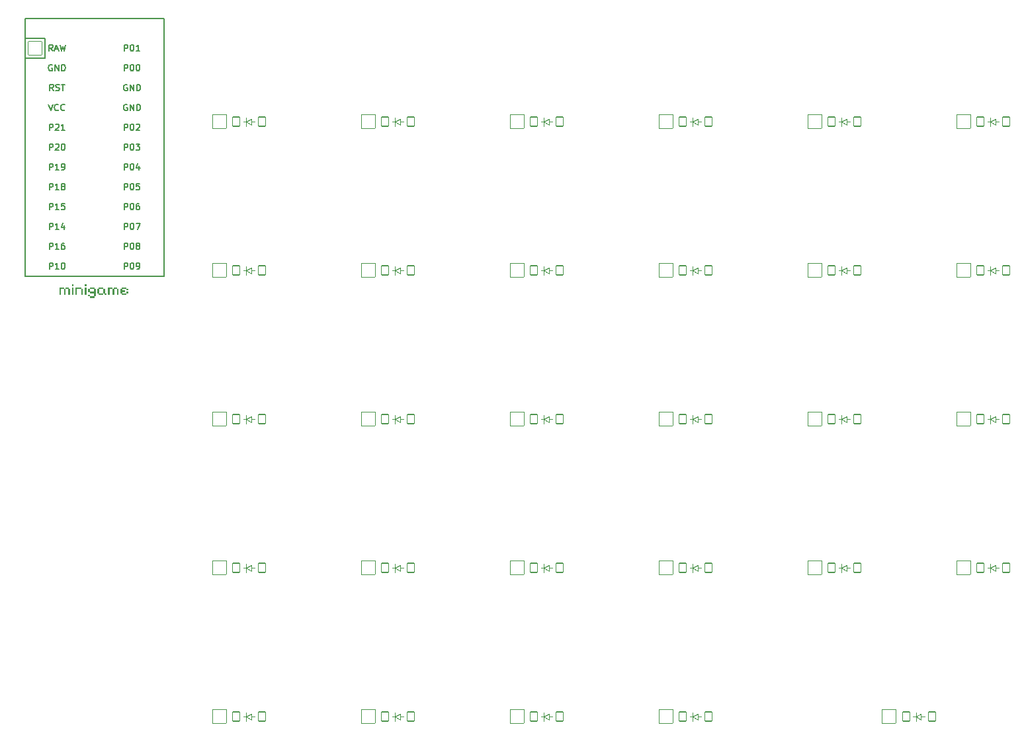
<source format=gto>
%TF.GenerationSoftware,KiCad,Pcbnew,9.0.4*%
%TF.CreationDate,2025-09-30T19:49:13-05:00*%
%TF.ProjectId,keyboard,6b657962-6f61-4726-942e-6b696361645f,v1.0.0*%
%TF.SameCoordinates,Original*%
%TF.FileFunction,Legend,Top*%
%TF.FilePolarity,Positive*%
%FSLAX46Y46*%
G04 Gerber Fmt 4.6, Leading zero omitted, Abs format (unit mm)*
G04 Created by KiCad (PCBNEW 9.0.4) date 2025-09-30 19:49:13*
%MOMM*%
%LPD*%
G01*
G04 APERTURE LIST*
G04 Aperture macros list*
%AMRoundRect*
0 Rectangle with rounded corners*
0 $1 Rounding radius*
0 $2 $3 $4 $5 $6 $7 $8 $9 X,Y pos of 4 corners*
0 Add a 4 corners polygon primitive as box body*
4,1,4,$2,$3,$4,$5,$6,$7,$8,$9,$2,$3,0*
0 Add four circle primitives for the rounded corners*
1,1,$1+$1,$2,$3*
1,1,$1+$1,$4,$5*
1,1,$1+$1,$6,$7*
1,1,$1+$1,$8,$9*
0 Add four rect primitives between the rounded corners*
20,1,$1+$1,$2,$3,$4,$5,0*
20,1,$1+$1,$4,$5,$6,$7,0*
20,1,$1+$1,$6,$7,$8,$9,0*
20,1,$1+$1,$8,$9,$2,$3,0*%
G04 Aperture macros list end*
%ADD10C,0.187500*%
%ADD11C,0.150000*%
%ADD12C,0.100000*%
%ADD13R,1.752600X1.752600*%
%ADD14C,1.752600*%
%ADD15RoundRect,0.050000X-0.889000X-0.889000X0.889000X-0.889000X0.889000X0.889000X-0.889000X0.889000X0*%
%ADD16RoundRect,0.050000X-0.450000X-0.600000X0.450000X-0.600000X0.450000X0.600000X-0.450000X0.600000X0*%
%ADD17C,2.005000*%
%ADD18C,1.801800*%
%ADD19C,4.087800*%
%ADD20C,2.386000*%
%ADD21RoundRect,0.050000X-0.876300X0.876300X-0.876300X-0.876300X0.876300X-0.876300X0.876300X0.876300X0*%
%ADD22C,1.852600*%
G04 APERTURE END LIST*
D10*
G36*
X125723098Y-100968447D02*
G01*
X125723098Y-100001245D01*
X126317432Y-100001245D01*
X126317432Y-100188824D01*
X126485136Y-100188824D01*
X126485136Y-100001245D01*
X126889602Y-100001245D01*
X126889602Y-100188824D01*
X127077180Y-100188824D01*
X127077180Y-100968447D01*
X126865055Y-100968447D01*
X126865055Y-100210989D01*
X126508583Y-100210989D01*
X126508583Y-100968447D01*
X126296458Y-100968447D01*
X126296458Y-100210989D01*
X125935223Y-100210989D01*
X125935223Y-100968447D01*
X125723098Y-100968447D01*
G37*
G36*
X127333635Y-100968447D02*
G01*
X127333635Y-100001245D01*
X127545760Y-100001245D01*
X127545760Y-100968447D01*
X127333635Y-100968447D01*
G37*
G36*
X127333635Y-99829970D02*
G01*
X127333635Y-99620226D01*
X127545760Y-99620226D01*
X127545760Y-99829970D01*
X127333635Y-99829970D01*
G37*
G36*
X127757152Y-100968447D02*
G01*
X127757152Y-100001245D01*
X128539981Y-100001245D01*
X128539981Y-100188824D01*
X128731315Y-100188824D01*
X128731315Y-100968447D01*
X128519190Y-100968447D01*
X128519190Y-100210989D01*
X127969277Y-100210989D01*
X127969277Y-100968447D01*
X127757152Y-100968447D01*
G37*
G36*
X128986671Y-100968447D02*
G01*
X128986671Y-100001245D01*
X129198796Y-100001245D01*
X129198796Y-100968447D01*
X128986671Y-100968447D01*
G37*
G36*
X128986671Y-99829970D02*
G01*
X128986671Y-99620226D01*
X129198796Y-99620226D01*
X129198796Y-99829970D01*
X128986671Y-99829970D01*
G37*
G36*
X130195673Y-100194685D02*
G01*
X130384351Y-100194685D01*
X130384351Y-101160605D01*
X130195673Y-101160605D01*
X130195673Y-101349466D01*
X129603628Y-101349466D01*
X129603628Y-101160605D01*
X129410188Y-101160605D01*
X129410188Y-100950861D01*
X129622313Y-100950861D01*
X129622313Y-101139722D01*
X130172226Y-101139722D01*
X130172226Y-100780868D01*
X129603628Y-100780868D01*
X129603628Y-100593290D01*
X129410188Y-100593290D01*
X129410188Y-100571125D01*
X129622313Y-100571125D01*
X130172226Y-100571125D01*
X130172226Y-100210989D01*
X129622313Y-100210989D01*
X129622313Y-100571125D01*
X129410188Y-100571125D01*
X129410188Y-100194685D01*
X129603628Y-100194685D01*
X129603628Y-100001245D01*
X130195673Y-100001245D01*
X130195673Y-100194685D01*
G37*
G36*
X131362177Y-100188824D02*
G01*
X131550854Y-100188824D01*
X131550854Y-100758703D01*
X131744295Y-100758703D01*
X131744295Y-100968447D01*
X131532170Y-100968447D01*
X131532170Y-100780868D01*
X131362177Y-100780868D01*
X131362177Y-100968447D01*
X130770132Y-100968447D01*
X130770132Y-100780868D01*
X130576692Y-100780868D01*
X130576692Y-100758703D01*
X130788817Y-100758703D01*
X131338729Y-100758703D01*
X131338729Y-100210989D01*
X130788817Y-100210989D01*
X130788817Y-100758703D01*
X130576692Y-100758703D01*
X130576692Y-100188824D01*
X130770132Y-100188824D01*
X130770132Y-100001245D01*
X131362177Y-100001245D01*
X131362177Y-100188824D01*
G37*
G36*
X131935170Y-100968447D02*
G01*
X131935170Y-100001245D01*
X132529505Y-100001245D01*
X132529505Y-100188824D01*
X132697208Y-100188824D01*
X132697208Y-100001245D01*
X133101674Y-100001245D01*
X133101674Y-100188824D01*
X133289253Y-100188824D01*
X133289253Y-100968447D01*
X133077128Y-100968447D01*
X133077128Y-100210989D01*
X132720655Y-100210989D01*
X132720655Y-100968447D01*
X132508531Y-100968447D01*
X132508531Y-100210989D01*
X132147295Y-100210989D01*
X132147295Y-100968447D01*
X131935170Y-100968447D01*
G37*
G36*
X133717166Y-100968447D02*
G01*
X133717166Y-100780868D01*
X133523726Y-100780868D01*
X133523726Y-100188824D01*
X133717166Y-100188824D01*
X133717166Y-100001245D01*
X134309211Y-100001245D01*
X134309211Y-100188824D01*
X134497889Y-100188824D01*
X134497889Y-100398567D01*
X134285764Y-100398567D01*
X134285764Y-100210989D01*
X133735851Y-100210989D01*
X133735851Y-100377684D01*
X134117786Y-100377684D01*
X134117786Y-100587428D01*
X133735851Y-100587428D01*
X133735851Y-100758703D01*
X134285764Y-100758703D01*
X134285764Y-100565263D01*
X134497889Y-100565263D01*
X134497889Y-100775006D01*
X134309211Y-100775006D01*
X134309211Y-100968447D01*
X133717166Y-100968447D01*
G37*
D11*
X124428571Y-95117295D02*
X124428571Y-94317295D01*
X124428571Y-94317295D02*
X124733333Y-94317295D01*
X124733333Y-94317295D02*
X124809523Y-94355390D01*
X124809523Y-94355390D02*
X124847618Y-94393485D01*
X124847618Y-94393485D02*
X124885714Y-94469676D01*
X124885714Y-94469676D02*
X124885714Y-94583961D01*
X124885714Y-94583961D02*
X124847618Y-94660152D01*
X124847618Y-94660152D02*
X124809523Y-94698247D01*
X124809523Y-94698247D02*
X124733333Y-94736342D01*
X124733333Y-94736342D02*
X124428571Y-94736342D01*
X125647618Y-95117295D02*
X125190475Y-95117295D01*
X125419047Y-95117295D02*
X125419047Y-94317295D01*
X125419047Y-94317295D02*
X125342856Y-94431580D01*
X125342856Y-94431580D02*
X125266666Y-94507771D01*
X125266666Y-94507771D02*
X125190475Y-94545866D01*
X126333333Y-94317295D02*
X126180952Y-94317295D01*
X126180952Y-94317295D02*
X126104761Y-94355390D01*
X126104761Y-94355390D02*
X126066666Y-94393485D01*
X126066666Y-94393485D02*
X125990476Y-94507771D01*
X125990476Y-94507771D02*
X125952380Y-94660152D01*
X125952380Y-94660152D02*
X125952380Y-94964914D01*
X125952380Y-94964914D02*
X125990476Y-95041104D01*
X125990476Y-95041104D02*
X126028571Y-95079200D01*
X126028571Y-95079200D02*
X126104761Y-95117295D01*
X126104761Y-95117295D02*
X126257142Y-95117295D01*
X126257142Y-95117295D02*
X126333333Y-95079200D01*
X126333333Y-95079200D02*
X126371428Y-95041104D01*
X126371428Y-95041104D02*
X126409523Y-94964914D01*
X126409523Y-94964914D02*
X126409523Y-94774438D01*
X126409523Y-94774438D02*
X126371428Y-94698247D01*
X126371428Y-94698247D02*
X126333333Y-94660152D01*
X126333333Y-94660152D02*
X126257142Y-94622057D01*
X126257142Y-94622057D02*
X126104761Y-94622057D01*
X126104761Y-94622057D02*
X126028571Y-94660152D01*
X126028571Y-94660152D02*
X125990476Y-94698247D01*
X125990476Y-94698247D02*
X125952380Y-94774438D01*
X124428571Y-92577295D02*
X124428571Y-91777295D01*
X124428571Y-91777295D02*
X124733333Y-91777295D01*
X124733333Y-91777295D02*
X124809523Y-91815390D01*
X124809523Y-91815390D02*
X124847618Y-91853485D01*
X124847618Y-91853485D02*
X124885714Y-91929676D01*
X124885714Y-91929676D02*
X124885714Y-92043961D01*
X124885714Y-92043961D02*
X124847618Y-92120152D01*
X124847618Y-92120152D02*
X124809523Y-92158247D01*
X124809523Y-92158247D02*
X124733333Y-92196342D01*
X124733333Y-92196342D02*
X124428571Y-92196342D01*
X125647618Y-92577295D02*
X125190475Y-92577295D01*
X125419047Y-92577295D02*
X125419047Y-91777295D01*
X125419047Y-91777295D02*
X125342856Y-91891580D01*
X125342856Y-91891580D02*
X125266666Y-91967771D01*
X125266666Y-91967771D02*
X125190475Y-92005866D01*
X126333333Y-92043961D02*
X126333333Y-92577295D01*
X126142857Y-91739200D02*
X125952380Y-92310628D01*
X125952380Y-92310628D02*
X126447619Y-92310628D01*
X124333333Y-76537295D02*
X124600000Y-77337295D01*
X124600000Y-77337295D02*
X124866666Y-76537295D01*
X125590476Y-77261104D02*
X125552380Y-77299200D01*
X125552380Y-77299200D02*
X125438095Y-77337295D01*
X125438095Y-77337295D02*
X125361904Y-77337295D01*
X125361904Y-77337295D02*
X125247618Y-77299200D01*
X125247618Y-77299200D02*
X125171428Y-77223009D01*
X125171428Y-77223009D02*
X125133333Y-77146819D01*
X125133333Y-77146819D02*
X125095237Y-76994438D01*
X125095237Y-76994438D02*
X125095237Y-76880152D01*
X125095237Y-76880152D02*
X125133333Y-76727771D01*
X125133333Y-76727771D02*
X125171428Y-76651580D01*
X125171428Y-76651580D02*
X125247618Y-76575390D01*
X125247618Y-76575390D02*
X125361904Y-76537295D01*
X125361904Y-76537295D02*
X125438095Y-76537295D01*
X125438095Y-76537295D02*
X125552380Y-76575390D01*
X125552380Y-76575390D02*
X125590476Y-76613485D01*
X126390476Y-77261104D02*
X126352380Y-77299200D01*
X126352380Y-77299200D02*
X126238095Y-77337295D01*
X126238095Y-77337295D02*
X126161904Y-77337295D01*
X126161904Y-77337295D02*
X126047618Y-77299200D01*
X126047618Y-77299200D02*
X125971428Y-77223009D01*
X125971428Y-77223009D02*
X125933333Y-77146819D01*
X125933333Y-77146819D02*
X125895237Y-76994438D01*
X125895237Y-76994438D02*
X125895237Y-76880152D01*
X125895237Y-76880152D02*
X125933333Y-76727771D01*
X125933333Y-76727771D02*
X125971428Y-76651580D01*
X125971428Y-76651580D02*
X126047618Y-76575390D01*
X126047618Y-76575390D02*
X126161904Y-76537295D01*
X126161904Y-76537295D02*
X126238095Y-76537295D01*
X126238095Y-76537295D02*
X126352380Y-76575390D01*
X126352380Y-76575390D02*
X126390476Y-76613485D01*
X134028571Y-79877295D02*
X134028571Y-79077295D01*
X134028571Y-79077295D02*
X134333333Y-79077295D01*
X134333333Y-79077295D02*
X134409523Y-79115390D01*
X134409523Y-79115390D02*
X134447618Y-79153485D01*
X134447618Y-79153485D02*
X134485714Y-79229676D01*
X134485714Y-79229676D02*
X134485714Y-79343961D01*
X134485714Y-79343961D02*
X134447618Y-79420152D01*
X134447618Y-79420152D02*
X134409523Y-79458247D01*
X134409523Y-79458247D02*
X134333333Y-79496342D01*
X134333333Y-79496342D02*
X134028571Y-79496342D01*
X134980952Y-79077295D02*
X135057142Y-79077295D01*
X135057142Y-79077295D02*
X135133333Y-79115390D01*
X135133333Y-79115390D02*
X135171428Y-79153485D01*
X135171428Y-79153485D02*
X135209523Y-79229676D01*
X135209523Y-79229676D02*
X135247618Y-79382057D01*
X135247618Y-79382057D02*
X135247618Y-79572533D01*
X135247618Y-79572533D02*
X135209523Y-79724914D01*
X135209523Y-79724914D02*
X135171428Y-79801104D01*
X135171428Y-79801104D02*
X135133333Y-79839200D01*
X135133333Y-79839200D02*
X135057142Y-79877295D01*
X135057142Y-79877295D02*
X134980952Y-79877295D01*
X134980952Y-79877295D02*
X134904761Y-79839200D01*
X134904761Y-79839200D02*
X134866666Y-79801104D01*
X134866666Y-79801104D02*
X134828571Y-79724914D01*
X134828571Y-79724914D02*
X134790475Y-79572533D01*
X134790475Y-79572533D02*
X134790475Y-79382057D01*
X134790475Y-79382057D02*
X134828571Y-79229676D01*
X134828571Y-79229676D02*
X134866666Y-79153485D01*
X134866666Y-79153485D02*
X134904761Y-79115390D01*
X134904761Y-79115390D02*
X134980952Y-79077295D01*
X135552380Y-79153485D02*
X135590476Y-79115390D01*
X135590476Y-79115390D02*
X135666666Y-79077295D01*
X135666666Y-79077295D02*
X135857142Y-79077295D01*
X135857142Y-79077295D02*
X135933333Y-79115390D01*
X135933333Y-79115390D02*
X135971428Y-79153485D01*
X135971428Y-79153485D02*
X136009523Y-79229676D01*
X136009523Y-79229676D02*
X136009523Y-79305866D01*
X136009523Y-79305866D02*
X135971428Y-79420152D01*
X135971428Y-79420152D02*
X135514285Y-79877295D01*
X135514285Y-79877295D02*
X136009523Y-79877295D01*
X134028571Y-84957295D02*
X134028571Y-84157295D01*
X134028571Y-84157295D02*
X134333333Y-84157295D01*
X134333333Y-84157295D02*
X134409523Y-84195390D01*
X134409523Y-84195390D02*
X134447618Y-84233485D01*
X134447618Y-84233485D02*
X134485714Y-84309676D01*
X134485714Y-84309676D02*
X134485714Y-84423961D01*
X134485714Y-84423961D02*
X134447618Y-84500152D01*
X134447618Y-84500152D02*
X134409523Y-84538247D01*
X134409523Y-84538247D02*
X134333333Y-84576342D01*
X134333333Y-84576342D02*
X134028571Y-84576342D01*
X134980952Y-84157295D02*
X135057142Y-84157295D01*
X135057142Y-84157295D02*
X135133333Y-84195390D01*
X135133333Y-84195390D02*
X135171428Y-84233485D01*
X135171428Y-84233485D02*
X135209523Y-84309676D01*
X135209523Y-84309676D02*
X135247618Y-84462057D01*
X135247618Y-84462057D02*
X135247618Y-84652533D01*
X135247618Y-84652533D02*
X135209523Y-84804914D01*
X135209523Y-84804914D02*
X135171428Y-84881104D01*
X135171428Y-84881104D02*
X135133333Y-84919200D01*
X135133333Y-84919200D02*
X135057142Y-84957295D01*
X135057142Y-84957295D02*
X134980952Y-84957295D01*
X134980952Y-84957295D02*
X134904761Y-84919200D01*
X134904761Y-84919200D02*
X134866666Y-84881104D01*
X134866666Y-84881104D02*
X134828571Y-84804914D01*
X134828571Y-84804914D02*
X134790475Y-84652533D01*
X134790475Y-84652533D02*
X134790475Y-84462057D01*
X134790475Y-84462057D02*
X134828571Y-84309676D01*
X134828571Y-84309676D02*
X134866666Y-84233485D01*
X134866666Y-84233485D02*
X134904761Y-84195390D01*
X134904761Y-84195390D02*
X134980952Y-84157295D01*
X135933333Y-84423961D02*
X135933333Y-84957295D01*
X135742857Y-84119200D02*
X135552380Y-84690628D01*
X135552380Y-84690628D02*
X136047619Y-84690628D01*
X124428571Y-97657295D02*
X124428571Y-96857295D01*
X124428571Y-96857295D02*
X124733333Y-96857295D01*
X124733333Y-96857295D02*
X124809523Y-96895390D01*
X124809523Y-96895390D02*
X124847618Y-96933485D01*
X124847618Y-96933485D02*
X124885714Y-97009676D01*
X124885714Y-97009676D02*
X124885714Y-97123961D01*
X124885714Y-97123961D02*
X124847618Y-97200152D01*
X124847618Y-97200152D02*
X124809523Y-97238247D01*
X124809523Y-97238247D02*
X124733333Y-97276342D01*
X124733333Y-97276342D02*
X124428571Y-97276342D01*
X125647618Y-97657295D02*
X125190475Y-97657295D01*
X125419047Y-97657295D02*
X125419047Y-96857295D01*
X125419047Y-96857295D02*
X125342856Y-96971580D01*
X125342856Y-96971580D02*
X125266666Y-97047771D01*
X125266666Y-97047771D02*
X125190475Y-97085866D01*
X126142857Y-96857295D02*
X126219047Y-96857295D01*
X126219047Y-96857295D02*
X126295238Y-96895390D01*
X126295238Y-96895390D02*
X126333333Y-96933485D01*
X126333333Y-96933485D02*
X126371428Y-97009676D01*
X126371428Y-97009676D02*
X126409523Y-97162057D01*
X126409523Y-97162057D02*
X126409523Y-97352533D01*
X126409523Y-97352533D02*
X126371428Y-97504914D01*
X126371428Y-97504914D02*
X126333333Y-97581104D01*
X126333333Y-97581104D02*
X126295238Y-97619200D01*
X126295238Y-97619200D02*
X126219047Y-97657295D01*
X126219047Y-97657295D02*
X126142857Y-97657295D01*
X126142857Y-97657295D02*
X126066666Y-97619200D01*
X126066666Y-97619200D02*
X126028571Y-97581104D01*
X126028571Y-97581104D02*
X125990476Y-97504914D01*
X125990476Y-97504914D02*
X125952380Y-97352533D01*
X125952380Y-97352533D02*
X125952380Y-97162057D01*
X125952380Y-97162057D02*
X125990476Y-97009676D01*
X125990476Y-97009676D02*
X126028571Y-96933485D01*
X126028571Y-96933485D02*
X126066666Y-96895390D01*
X126066666Y-96895390D02*
X126142857Y-96857295D01*
X134028571Y-97657295D02*
X134028571Y-96857295D01*
X134028571Y-96857295D02*
X134333333Y-96857295D01*
X134333333Y-96857295D02*
X134409523Y-96895390D01*
X134409523Y-96895390D02*
X134447618Y-96933485D01*
X134447618Y-96933485D02*
X134485714Y-97009676D01*
X134485714Y-97009676D02*
X134485714Y-97123961D01*
X134485714Y-97123961D02*
X134447618Y-97200152D01*
X134447618Y-97200152D02*
X134409523Y-97238247D01*
X134409523Y-97238247D02*
X134333333Y-97276342D01*
X134333333Y-97276342D02*
X134028571Y-97276342D01*
X134980952Y-96857295D02*
X135057142Y-96857295D01*
X135057142Y-96857295D02*
X135133333Y-96895390D01*
X135133333Y-96895390D02*
X135171428Y-96933485D01*
X135171428Y-96933485D02*
X135209523Y-97009676D01*
X135209523Y-97009676D02*
X135247618Y-97162057D01*
X135247618Y-97162057D02*
X135247618Y-97352533D01*
X135247618Y-97352533D02*
X135209523Y-97504914D01*
X135209523Y-97504914D02*
X135171428Y-97581104D01*
X135171428Y-97581104D02*
X135133333Y-97619200D01*
X135133333Y-97619200D02*
X135057142Y-97657295D01*
X135057142Y-97657295D02*
X134980952Y-97657295D01*
X134980952Y-97657295D02*
X134904761Y-97619200D01*
X134904761Y-97619200D02*
X134866666Y-97581104D01*
X134866666Y-97581104D02*
X134828571Y-97504914D01*
X134828571Y-97504914D02*
X134790475Y-97352533D01*
X134790475Y-97352533D02*
X134790475Y-97162057D01*
X134790475Y-97162057D02*
X134828571Y-97009676D01*
X134828571Y-97009676D02*
X134866666Y-96933485D01*
X134866666Y-96933485D02*
X134904761Y-96895390D01*
X134904761Y-96895390D02*
X134980952Y-96857295D01*
X135628571Y-97657295D02*
X135780952Y-97657295D01*
X135780952Y-97657295D02*
X135857142Y-97619200D01*
X135857142Y-97619200D02*
X135895238Y-97581104D01*
X135895238Y-97581104D02*
X135971428Y-97466819D01*
X135971428Y-97466819D02*
X136009523Y-97314438D01*
X136009523Y-97314438D02*
X136009523Y-97009676D01*
X136009523Y-97009676D02*
X135971428Y-96933485D01*
X135971428Y-96933485D02*
X135933333Y-96895390D01*
X135933333Y-96895390D02*
X135857142Y-96857295D01*
X135857142Y-96857295D02*
X135704761Y-96857295D01*
X135704761Y-96857295D02*
X135628571Y-96895390D01*
X135628571Y-96895390D02*
X135590476Y-96933485D01*
X135590476Y-96933485D02*
X135552380Y-97009676D01*
X135552380Y-97009676D02*
X135552380Y-97200152D01*
X135552380Y-97200152D02*
X135590476Y-97276342D01*
X135590476Y-97276342D02*
X135628571Y-97314438D01*
X135628571Y-97314438D02*
X135704761Y-97352533D01*
X135704761Y-97352533D02*
X135857142Y-97352533D01*
X135857142Y-97352533D02*
X135933333Y-97314438D01*
X135933333Y-97314438D02*
X135971428Y-97276342D01*
X135971428Y-97276342D02*
X136009523Y-97200152D01*
X124428571Y-79877295D02*
X124428571Y-79077295D01*
X124428571Y-79077295D02*
X124733333Y-79077295D01*
X124733333Y-79077295D02*
X124809523Y-79115390D01*
X124809523Y-79115390D02*
X124847618Y-79153485D01*
X124847618Y-79153485D02*
X124885714Y-79229676D01*
X124885714Y-79229676D02*
X124885714Y-79343961D01*
X124885714Y-79343961D02*
X124847618Y-79420152D01*
X124847618Y-79420152D02*
X124809523Y-79458247D01*
X124809523Y-79458247D02*
X124733333Y-79496342D01*
X124733333Y-79496342D02*
X124428571Y-79496342D01*
X125190475Y-79153485D02*
X125228571Y-79115390D01*
X125228571Y-79115390D02*
X125304761Y-79077295D01*
X125304761Y-79077295D02*
X125495237Y-79077295D01*
X125495237Y-79077295D02*
X125571428Y-79115390D01*
X125571428Y-79115390D02*
X125609523Y-79153485D01*
X125609523Y-79153485D02*
X125647618Y-79229676D01*
X125647618Y-79229676D02*
X125647618Y-79305866D01*
X125647618Y-79305866D02*
X125609523Y-79420152D01*
X125609523Y-79420152D02*
X125152380Y-79877295D01*
X125152380Y-79877295D02*
X125647618Y-79877295D01*
X126409523Y-79877295D02*
X125952380Y-79877295D01*
X126180952Y-79877295D02*
X126180952Y-79077295D01*
X126180952Y-79077295D02*
X126104761Y-79191580D01*
X126104761Y-79191580D02*
X126028571Y-79267771D01*
X126028571Y-79267771D02*
X125952380Y-79305866D01*
X134028571Y-82417295D02*
X134028571Y-81617295D01*
X134028571Y-81617295D02*
X134333333Y-81617295D01*
X134333333Y-81617295D02*
X134409523Y-81655390D01*
X134409523Y-81655390D02*
X134447618Y-81693485D01*
X134447618Y-81693485D02*
X134485714Y-81769676D01*
X134485714Y-81769676D02*
X134485714Y-81883961D01*
X134485714Y-81883961D02*
X134447618Y-81960152D01*
X134447618Y-81960152D02*
X134409523Y-81998247D01*
X134409523Y-81998247D02*
X134333333Y-82036342D01*
X134333333Y-82036342D02*
X134028571Y-82036342D01*
X134980952Y-81617295D02*
X135057142Y-81617295D01*
X135057142Y-81617295D02*
X135133333Y-81655390D01*
X135133333Y-81655390D02*
X135171428Y-81693485D01*
X135171428Y-81693485D02*
X135209523Y-81769676D01*
X135209523Y-81769676D02*
X135247618Y-81922057D01*
X135247618Y-81922057D02*
X135247618Y-82112533D01*
X135247618Y-82112533D02*
X135209523Y-82264914D01*
X135209523Y-82264914D02*
X135171428Y-82341104D01*
X135171428Y-82341104D02*
X135133333Y-82379200D01*
X135133333Y-82379200D02*
X135057142Y-82417295D01*
X135057142Y-82417295D02*
X134980952Y-82417295D01*
X134980952Y-82417295D02*
X134904761Y-82379200D01*
X134904761Y-82379200D02*
X134866666Y-82341104D01*
X134866666Y-82341104D02*
X134828571Y-82264914D01*
X134828571Y-82264914D02*
X134790475Y-82112533D01*
X134790475Y-82112533D02*
X134790475Y-81922057D01*
X134790475Y-81922057D02*
X134828571Y-81769676D01*
X134828571Y-81769676D02*
X134866666Y-81693485D01*
X134866666Y-81693485D02*
X134904761Y-81655390D01*
X134904761Y-81655390D02*
X134980952Y-81617295D01*
X135514285Y-81617295D02*
X136009523Y-81617295D01*
X136009523Y-81617295D02*
X135742857Y-81922057D01*
X135742857Y-81922057D02*
X135857142Y-81922057D01*
X135857142Y-81922057D02*
X135933333Y-81960152D01*
X135933333Y-81960152D02*
X135971428Y-81998247D01*
X135971428Y-81998247D02*
X136009523Y-82074438D01*
X136009523Y-82074438D02*
X136009523Y-82264914D01*
X136009523Y-82264914D02*
X135971428Y-82341104D01*
X135971428Y-82341104D02*
X135933333Y-82379200D01*
X135933333Y-82379200D02*
X135857142Y-82417295D01*
X135857142Y-82417295D02*
X135628571Y-82417295D01*
X135628571Y-82417295D02*
X135552380Y-82379200D01*
X135552380Y-82379200D02*
X135514285Y-82341104D01*
X134028571Y-90037295D02*
X134028571Y-89237295D01*
X134028571Y-89237295D02*
X134333333Y-89237295D01*
X134333333Y-89237295D02*
X134409523Y-89275390D01*
X134409523Y-89275390D02*
X134447618Y-89313485D01*
X134447618Y-89313485D02*
X134485714Y-89389676D01*
X134485714Y-89389676D02*
X134485714Y-89503961D01*
X134485714Y-89503961D02*
X134447618Y-89580152D01*
X134447618Y-89580152D02*
X134409523Y-89618247D01*
X134409523Y-89618247D02*
X134333333Y-89656342D01*
X134333333Y-89656342D02*
X134028571Y-89656342D01*
X134980952Y-89237295D02*
X135057142Y-89237295D01*
X135057142Y-89237295D02*
X135133333Y-89275390D01*
X135133333Y-89275390D02*
X135171428Y-89313485D01*
X135171428Y-89313485D02*
X135209523Y-89389676D01*
X135209523Y-89389676D02*
X135247618Y-89542057D01*
X135247618Y-89542057D02*
X135247618Y-89732533D01*
X135247618Y-89732533D02*
X135209523Y-89884914D01*
X135209523Y-89884914D02*
X135171428Y-89961104D01*
X135171428Y-89961104D02*
X135133333Y-89999200D01*
X135133333Y-89999200D02*
X135057142Y-90037295D01*
X135057142Y-90037295D02*
X134980952Y-90037295D01*
X134980952Y-90037295D02*
X134904761Y-89999200D01*
X134904761Y-89999200D02*
X134866666Y-89961104D01*
X134866666Y-89961104D02*
X134828571Y-89884914D01*
X134828571Y-89884914D02*
X134790475Y-89732533D01*
X134790475Y-89732533D02*
X134790475Y-89542057D01*
X134790475Y-89542057D02*
X134828571Y-89389676D01*
X134828571Y-89389676D02*
X134866666Y-89313485D01*
X134866666Y-89313485D02*
X134904761Y-89275390D01*
X134904761Y-89275390D02*
X134980952Y-89237295D01*
X135933333Y-89237295D02*
X135780952Y-89237295D01*
X135780952Y-89237295D02*
X135704761Y-89275390D01*
X135704761Y-89275390D02*
X135666666Y-89313485D01*
X135666666Y-89313485D02*
X135590476Y-89427771D01*
X135590476Y-89427771D02*
X135552380Y-89580152D01*
X135552380Y-89580152D02*
X135552380Y-89884914D01*
X135552380Y-89884914D02*
X135590476Y-89961104D01*
X135590476Y-89961104D02*
X135628571Y-89999200D01*
X135628571Y-89999200D02*
X135704761Y-90037295D01*
X135704761Y-90037295D02*
X135857142Y-90037295D01*
X135857142Y-90037295D02*
X135933333Y-89999200D01*
X135933333Y-89999200D02*
X135971428Y-89961104D01*
X135971428Y-89961104D02*
X136009523Y-89884914D01*
X136009523Y-89884914D02*
X136009523Y-89694438D01*
X136009523Y-89694438D02*
X135971428Y-89618247D01*
X135971428Y-89618247D02*
X135933333Y-89580152D01*
X135933333Y-89580152D02*
X135857142Y-89542057D01*
X135857142Y-89542057D02*
X135704761Y-89542057D01*
X135704761Y-89542057D02*
X135628571Y-89580152D01*
X135628571Y-89580152D02*
X135590476Y-89618247D01*
X135590476Y-89618247D02*
X135552380Y-89694438D01*
X134028571Y-92577295D02*
X134028571Y-91777295D01*
X134028571Y-91777295D02*
X134333333Y-91777295D01*
X134333333Y-91777295D02*
X134409523Y-91815390D01*
X134409523Y-91815390D02*
X134447618Y-91853485D01*
X134447618Y-91853485D02*
X134485714Y-91929676D01*
X134485714Y-91929676D02*
X134485714Y-92043961D01*
X134485714Y-92043961D02*
X134447618Y-92120152D01*
X134447618Y-92120152D02*
X134409523Y-92158247D01*
X134409523Y-92158247D02*
X134333333Y-92196342D01*
X134333333Y-92196342D02*
X134028571Y-92196342D01*
X134980952Y-91777295D02*
X135057142Y-91777295D01*
X135057142Y-91777295D02*
X135133333Y-91815390D01*
X135133333Y-91815390D02*
X135171428Y-91853485D01*
X135171428Y-91853485D02*
X135209523Y-91929676D01*
X135209523Y-91929676D02*
X135247618Y-92082057D01*
X135247618Y-92082057D02*
X135247618Y-92272533D01*
X135247618Y-92272533D02*
X135209523Y-92424914D01*
X135209523Y-92424914D02*
X135171428Y-92501104D01*
X135171428Y-92501104D02*
X135133333Y-92539200D01*
X135133333Y-92539200D02*
X135057142Y-92577295D01*
X135057142Y-92577295D02*
X134980952Y-92577295D01*
X134980952Y-92577295D02*
X134904761Y-92539200D01*
X134904761Y-92539200D02*
X134866666Y-92501104D01*
X134866666Y-92501104D02*
X134828571Y-92424914D01*
X134828571Y-92424914D02*
X134790475Y-92272533D01*
X134790475Y-92272533D02*
X134790475Y-92082057D01*
X134790475Y-92082057D02*
X134828571Y-91929676D01*
X134828571Y-91929676D02*
X134866666Y-91853485D01*
X134866666Y-91853485D02*
X134904761Y-91815390D01*
X134904761Y-91815390D02*
X134980952Y-91777295D01*
X135514285Y-91777295D02*
X136047619Y-91777295D01*
X136047619Y-91777295D02*
X135704761Y-92577295D01*
X124847619Y-69717295D02*
X124580952Y-69336342D01*
X124390476Y-69717295D02*
X124390476Y-68917295D01*
X124390476Y-68917295D02*
X124695238Y-68917295D01*
X124695238Y-68917295D02*
X124771428Y-68955390D01*
X124771428Y-68955390D02*
X124809523Y-68993485D01*
X124809523Y-68993485D02*
X124847619Y-69069676D01*
X124847619Y-69069676D02*
X124847619Y-69183961D01*
X124847619Y-69183961D02*
X124809523Y-69260152D01*
X124809523Y-69260152D02*
X124771428Y-69298247D01*
X124771428Y-69298247D02*
X124695238Y-69336342D01*
X124695238Y-69336342D02*
X124390476Y-69336342D01*
X125152380Y-69488723D02*
X125533333Y-69488723D01*
X125076190Y-69717295D02*
X125342857Y-68917295D01*
X125342857Y-68917295D02*
X125609523Y-69717295D01*
X125799999Y-68917295D02*
X125990475Y-69717295D01*
X125990475Y-69717295D02*
X126142856Y-69145866D01*
X126142856Y-69145866D02*
X126295237Y-69717295D01*
X126295237Y-69717295D02*
X126485714Y-68917295D01*
X134390476Y-74035390D02*
X134314286Y-73997295D01*
X134314286Y-73997295D02*
X134200000Y-73997295D01*
X134200000Y-73997295D02*
X134085714Y-74035390D01*
X134085714Y-74035390D02*
X134009524Y-74111580D01*
X134009524Y-74111580D02*
X133971429Y-74187771D01*
X133971429Y-74187771D02*
X133933333Y-74340152D01*
X133933333Y-74340152D02*
X133933333Y-74454438D01*
X133933333Y-74454438D02*
X133971429Y-74606819D01*
X133971429Y-74606819D02*
X134009524Y-74683009D01*
X134009524Y-74683009D02*
X134085714Y-74759200D01*
X134085714Y-74759200D02*
X134200000Y-74797295D01*
X134200000Y-74797295D02*
X134276191Y-74797295D01*
X134276191Y-74797295D02*
X134390476Y-74759200D01*
X134390476Y-74759200D02*
X134428572Y-74721104D01*
X134428572Y-74721104D02*
X134428572Y-74454438D01*
X134428572Y-74454438D02*
X134276191Y-74454438D01*
X134771429Y-74797295D02*
X134771429Y-73997295D01*
X134771429Y-73997295D02*
X135228572Y-74797295D01*
X135228572Y-74797295D02*
X135228572Y-73997295D01*
X135609524Y-74797295D02*
X135609524Y-73997295D01*
X135609524Y-73997295D02*
X135800000Y-73997295D01*
X135800000Y-73997295D02*
X135914286Y-74035390D01*
X135914286Y-74035390D02*
X135990476Y-74111580D01*
X135990476Y-74111580D02*
X136028571Y-74187771D01*
X136028571Y-74187771D02*
X136066667Y-74340152D01*
X136066667Y-74340152D02*
X136066667Y-74454438D01*
X136066667Y-74454438D02*
X136028571Y-74606819D01*
X136028571Y-74606819D02*
X135990476Y-74683009D01*
X135990476Y-74683009D02*
X135914286Y-74759200D01*
X135914286Y-74759200D02*
X135800000Y-74797295D01*
X135800000Y-74797295D02*
X135609524Y-74797295D01*
X124428571Y-87497295D02*
X124428571Y-86697295D01*
X124428571Y-86697295D02*
X124733333Y-86697295D01*
X124733333Y-86697295D02*
X124809523Y-86735390D01*
X124809523Y-86735390D02*
X124847618Y-86773485D01*
X124847618Y-86773485D02*
X124885714Y-86849676D01*
X124885714Y-86849676D02*
X124885714Y-86963961D01*
X124885714Y-86963961D02*
X124847618Y-87040152D01*
X124847618Y-87040152D02*
X124809523Y-87078247D01*
X124809523Y-87078247D02*
X124733333Y-87116342D01*
X124733333Y-87116342D02*
X124428571Y-87116342D01*
X125647618Y-87497295D02*
X125190475Y-87497295D01*
X125419047Y-87497295D02*
X125419047Y-86697295D01*
X125419047Y-86697295D02*
X125342856Y-86811580D01*
X125342856Y-86811580D02*
X125266666Y-86887771D01*
X125266666Y-86887771D02*
X125190475Y-86925866D01*
X126104761Y-87040152D02*
X126028571Y-87002057D01*
X126028571Y-87002057D02*
X125990476Y-86963961D01*
X125990476Y-86963961D02*
X125952380Y-86887771D01*
X125952380Y-86887771D02*
X125952380Y-86849676D01*
X125952380Y-86849676D02*
X125990476Y-86773485D01*
X125990476Y-86773485D02*
X126028571Y-86735390D01*
X126028571Y-86735390D02*
X126104761Y-86697295D01*
X126104761Y-86697295D02*
X126257142Y-86697295D01*
X126257142Y-86697295D02*
X126333333Y-86735390D01*
X126333333Y-86735390D02*
X126371428Y-86773485D01*
X126371428Y-86773485D02*
X126409523Y-86849676D01*
X126409523Y-86849676D02*
X126409523Y-86887771D01*
X126409523Y-86887771D02*
X126371428Y-86963961D01*
X126371428Y-86963961D02*
X126333333Y-87002057D01*
X126333333Y-87002057D02*
X126257142Y-87040152D01*
X126257142Y-87040152D02*
X126104761Y-87040152D01*
X126104761Y-87040152D02*
X126028571Y-87078247D01*
X126028571Y-87078247D02*
X125990476Y-87116342D01*
X125990476Y-87116342D02*
X125952380Y-87192533D01*
X125952380Y-87192533D02*
X125952380Y-87344914D01*
X125952380Y-87344914D02*
X125990476Y-87421104D01*
X125990476Y-87421104D02*
X126028571Y-87459200D01*
X126028571Y-87459200D02*
X126104761Y-87497295D01*
X126104761Y-87497295D02*
X126257142Y-87497295D01*
X126257142Y-87497295D02*
X126333333Y-87459200D01*
X126333333Y-87459200D02*
X126371428Y-87421104D01*
X126371428Y-87421104D02*
X126409523Y-87344914D01*
X126409523Y-87344914D02*
X126409523Y-87192533D01*
X126409523Y-87192533D02*
X126371428Y-87116342D01*
X126371428Y-87116342D02*
X126333333Y-87078247D01*
X126333333Y-87078247D02*
X126257142Y-87040152D01*
X124961905Y-74797295D02*
X124695238Y-74416342D01*
X124504762Y-74797295D02*
X124504762Y-73997295D01*
X124504762Y-73997295D02*
X124809524Y-73997295D01*
X124809524Y-73997295D02*
X124885714Y-74035390D01*
X124885714Y-74035390D02*
X124923809Y-74073485D01*
X124923809Y-74073485D02*
X124961905Y-74149676D01*
X124961905Y-74149676D02*
X124961905Y-74263961D01*
X124961905Y-74263961D02*
X124923809Y-74340152D01*
X124923809Y-74340152D02*
X124885714Y-74378247D01*
X124885714Y-74378247D02*
X124809524Y-74416342D01*
X124809524Y-74416342D02*
X124504762Y-74416342D01*
X125266666Y-74759200D02*
X125380952Y-74797295D01*
X125380952Y-74797295D02*
X125571428Y-74797295D01*
X125571428Y-74797295D02*
X125647619Y-74759200D01*
X125647619Y-74759200D02*
X125685714Y-74721104D01*
X125685714Y-74721104D02*
X125723809Y-74644914D01*
X125723809Y-74644914D02*
X125723809Y-74568723D01*
X125723809Y-74568723D02*
X125685714Y-74492533D01*
X125685714Y-74492533D02*
X125647619Y-74454438D01*
X125647619Y-74454438D02*
X125571428Y-74416342D01*
X125571428Y-74416342D02*
X125419047Y-74378247D01*
X125419047Y-74378247D02*
X125342857Y-74340152D01*
X125342857Y-74340152D02*
X125304762Y-74302057D01*
X125304762Y-74302057D02*
X125266666Y-74225866D01*
X125266666Y-74225866D02*
X125266666Y-74149676D01*
X125266666Y-74149676D02*
X125304762Y-74073485D01*
X125304762Y-74073485D02*
X125342857Y-74035390D01*
X125342857Y-74035390D02*
X125419047Y-73997295D01*
X125419047Y-73997295D02*
X125609524Y-73997295D01*
X125609524Y-73997295D02*
X125723809Y-74035390D01*
X125952381Y-73997295D02*
X126409524Y-73997295D01*
X126180952Y-74797295D02*
X126180952Y-73997295D01*
X124428571Y-82417295D02*
X124428571Y-81617295D01*
X124428571Y-81617295D02*
X124733333Y-81617295D01*
X124733333Y-81617295D02*
X124809523Y-81655390D01*
X124809523Y-81655390D02*
X124847618Y-81693485D01*
X124847618Y-81693485D02*
X124885714Y-81769676D01*
X124885714Y-81769676D02*
X124885714Y-81883961D01*
X124885714Y-81883961D02*
X124847618Y-81960152D01*
X124847618Y-81960152D02*
X124809523Y-81998247D01*
X124809523Y-81998247D02*
X124733333Y-82036342D01*
X124733333Y-82036342D02*
X124428571Y-82036342D01*
X125190475Y-81693485D02*
X125228571Y-81655390D01*
X125228571Y-81655390D02*
X125304761Y-81617295D01*
X125304761Y-81617295D02*
X125495237Y-81617295D01*
X125495237Y-81617295D02*
X125571428Y-81655390D01*
X125571428Y-81655390D02*
X125609523Y-81693485D01*
X125609523Y-81693485D02*
X125647618Y-81769676D01*
X125647618Y-81769676D02*
X125647618Y-81845866D01*
X125647618Y-81845866D02*
X125609523Y-81960152D01*
X125609523Y-81960152D02*
X125152380Y-82417295D01*
X125152380Y-82417295D02*
X125647618Y-82417295D01*
X126142857Y-81617295D02*
X126219047Y-81617295D01*
X126219047Y-81617295D02*
X126295238Y-81655390D01*
X126295238Y-81655390D02*
X126333333Y-81693485D01*
X126333333Y-81693485D02*
X126371428Y-81769676D01*
X126371428Y-81769676D02*
X126409523Y-81922057D01*
X126409523Y-81922057D02*
X126409523Y-82112533D01*
X126409523Y-82112533D02*
X126371428Y-82264914D01*
X126371428Y-82264914D02*
X126333333Y-82341104D01*
X126333333Y-82341104D02*
X126295238Y-82379200D01*
X126295238Y-82379200D02*
X126219047Y-82417295D01*
X126219047Y-82417295D02*
X126142857Y-82417295D01*
X126142857Y-82417295D02*
X126066666Y-82379200D01*
X126066666Y-82379200D02*
X126028571Y-82341104D01*
X126028571Y-82341104D02*
X125990476Y-82264914D01*
X125990476Y-82264914D02*
X125952380Y-82112533D01*
X125952380Y-82112533D02*
X125952380Y-81922057D01*
X125952380Y-81922057D02*
X125990476Y-81769676D01*
X125990476Y-81769676D02*
X126028571Y-81693485D01*
X126028571Y-81693485D02*
X126066666Y-81655390D01*
X126066666Y-81655390D02*
X126142857Y-81617295D01*
X134028571Y-95117295D02*
X134028571Y-94317295D01*
X134028571Y-94317295D02*
X134333333Y-94317295D01*
X134333333Y-94317295D02*
X134409523Y-94355390D01*
X134409523Y-94355390D02*
X134447618Y-94393485D01*
X134447618Y-94393485D02*
X134485714Y-94469676D01*
X134485714Y-94469676D02*
X134485714Y-94583961D01*
X134485714Y-94583961D02*
X134447618Y-94660152D01*
X134447618Y-94660152D02*
X134409523Y-94698247D01*
X134409523Y-94698247D02*
X134333333Y-94736342D01*
X134333333Y-94736342D02*
X134028571Y-94736342D01*
X134980952Y-94317295D02*
X135057142Y-94317295D01*
X135057142Y-94317295D02*
X135133333Y-94355390D01*
X135133333Y-94355390D02*
X135171428Y-94393485D01*
X135171428Y-94393485D02*
X135209523Y-94469676D01*
X135209523Y-94469676D02*
X135247618Y-94622057D01*
X135247618Y-94622057D02*
X135247618Y-94812533D01*
X135247618Y-94812533D02*
X135209523Y-94964914D01*
X135209523Y-94964914D02*
X135171428Y-95041104D01*
X135171428Y-95041104D02*
X135133333Y-95079200D01*
X135133333Y-95079200D02*
X135057142Y-95117295D01*
X135057142Y-95117295D02*
X134980952Y-95117295D01*
X134980952Y-95117295D02*
X134904761Y-95079200D01*
X134904761Y-95079200D02*
X134866666Y-95041104D01*
X134866666Y-95041104D02*
X134828571Y-94964914D01*
X134828571Y-94964914D02*
X134790475Y-94812533D01*
X134790475Y-94812533D02*
X134790475Y-94622057D01*
X134790475Y-94622057D02*
X134828571Y-94469676D01*
X134828571Y-94469676D02*
X134866666Y-94393485D01*
X134866666Y-94393485D02*
X134904761Y-94355390D01*
X134904761Y-94355390D02*
X134980952Y-94317295D01*
X135704761Y-94660152D02*
X135628571Y-94622057D01*
X135628571Y-94622057D02*
X135590476Y-94583961D01*
X135590476Y-94583961D02*
X135552380Y-94507771D01*
X135552380Y-94507771D02*
X135552380Y-94469676D01*
X135552380Y-94469676D02*
X135590476Y-94393485D01*
X135590476Y-94393485D02*
X135628571Y-94355390D01*
X135628571Y-94355390D02*
X135704761Y-94317295D01*
X135704761Y-94317295D02*
X135857142Y-94317295D01*
X135857142Y-94317295D02*
X135933333Y-94355390D01*
X135933333Y-94355390D02*
X135971428Y-94393485D01*
X135971428Y-94393485D02*
X136009523Y-94469676D01*
X136009523Y-94469676D02*
X136009523Y-94507771D01*
X136009523Y-94507771D02*
X135971428Y-94583961D01*
X135971428Y-94583961D02*
X135933333Y-94622057D01*
X135933333Y-94622057D02*
X135857142Y-94660152D01*
X135857142Y-94660152D02*
X135704761Y-94660152D01*
X135704761Y-94660152D02*
X135628571Y-94698247D01*
X135628571Y-94698247D02*
X135590476Y-94736342D01*
X135590476Y-94736342D02*
X135552380Y-94812533D01*
X135552380Y-94812533D02*
X135552380Y-94964914D01*
X135552380Y-94964914D02*
X135590476Y-95041104D01*
X135590476Y-95041104D02*
X135628571Y-95079200D01*
X135628571Y-95079200D02*
X135704761Y-95117295D01*
X135704761Y-95117295D02*
X135857142Y-95117295D01*
X135857142Y-95117295D02*
X135933333Y-95079200D01*
X135933333Y-95079200D02*
X135971428Y-95041104D01*
X135971428Y-95041104D02*
X136009523Y-94964914D01*
X136009523Y-94964914D02*
X136009523Y-94812533D01*
X136009523Y-94812533D02*
X135971428Y-94736342D01*
X135971428Y-94736342D02*
X135933333Y-94698247D01*
X135933333Y-94698247D02*
X135857142Y-94660152D01*
X124428571Y-90037295D02*
X124428571Y-89237295D01*
X124428571Y-89237295D02*
X124733333Y-89237295D01*
X124733333Y-89237295D02*
X124809523Y-89275390D01*
X124809523Y-89275390D02*
X124847618Y-89313485D01*
X124847618Y-89313485D02*
X124885714Y-89389676D01*
X124885714Y-89389676D02*
X124885714Y-89503961D01*
X124885714Y-89503961D02*
X124847618Y-89580152D01*
X124847618Y-89580152D02*
X124809523Y-89618247D01*
X124809523Y-89618247D02*
X124733333Y-89656342D01*
X124733333Y-89656342D02*
X124428571Y-89656342D01*
X125647618Y-90037295D02*
X125190475Y-90037295D01*
X125419047Y-90037295D02*
X125419047Y-89237295D01*
X125419047Y-89237295D02*
X125342856Y-89351580D01*
X125342856Y-89351580D02*
X125266666Y-89427771D01*
X125266666Y-89427771D02*
X125190475Y-89465866D01*
X126371428Y-89237295D02*
X125990476Y-89237295D01*
X125990476Y-89237295D02*
X125952380Y-89618247D01*
X125952380Y-89618247D02*
X125990476Y-89580152D01*
X125990476Y-89580152D02*
X126066666Y-89542057D01*
X126066666Y-89542057D02*
X126257142Y-89542057D01*
X126257142Y-89542057D02*
X126333333Y-89580152D01*
X126333333Y-89580152D02*
X126371428Y-89618247D01*
X126371428Y-89618247D02*
X126409523Y-89694438D01*
X126409523Y-89694438D02*
X126409523Y-89884914D01*
X126409523Y-89884914D02*
X126371428Y-89961104D01*
X126371428Y-89961104D02*
X126333333Y-89999200D01*
X126333333Y-89999200D02*
X126257142Y-90037295D01*
X126257142Y-90037295D02*
X126066666Y-90037295D01*
X126066666Y-90037295D02*
X125990476Y-89999200D01*
X125990476Y-89999200D02*
X125952380Y-89961104D01*
X124428571Y-84957295D02*
X124428571Y-84157295D01*
X124428571Y-84157295D02*
X124733333Y-84157295D01*
X124733333Y-84157295D02*
X124809523Y-84195390D01*
X124809523Y-84195390D02*
X124847618Y-84233485D01*
X124847618Y-84233485D02*
X124885714Y-84309676D01*
X124885714Y-84309676D02*
X124885714Y-84423961D01*
X124885714Y-84423961D02*
X124847618Y-84500152D01*
X124847618Y-84500152D02*
X124809523Y-84538247D01*
X124809523Y-84538247D02*
X124733333Y-84576342D01*
X124733333Y-84576342D02*
X124428571Y-84576342D01*
X125647618Y-84957295D02*
X125190475Y-84957295D01*
X125419047Y-84957295D02*
X125419047Y-84157295D01*
X125419047Y-84157295D02*
X125342856Y-84271580D01*
X125342856Y-84271580D02*
X125266666Y-84347771D01*
X125266666Y-84347771D02*
X125190475Y-84385866D01*
X126028571Y-84957295D02*
X126180952Y-84957295D01*
X126180952Y-84957295D02*
X126257142Y-84919200D01*
X126257142Y-84919200D02*
X126295238Y-84881104D01*
X126295238Y-84881104D02*
X126371428Y-84766819D01*
X126371428Y-84766819D02*
X126409523Y-84614438D01*
X126409523Y-84614438D02*
X126409523Y-84309676D01*
X126409523Y-84309676D02*
X126371428Y-84233485D01*
X126371428Y-84233485D02*
X126333333Y-84195390D01*
X126333333Y-84195390D02*
X126257142Y-84157295D01*
X126257142Y-84157295D02*
X126104761Y-84157295D01*
X126104761Y-84157295D02*
X126028571Y-84195390D01*
X126028571Y-84195390D02*
X125990476Y-84233485D01*
X125990476Y-84233485D02*
X125952380Y-84309676D01*
X125952380Y-84309676D02*
X125952380Y-84500152D01*
X125952380Y-84500152D02*
X125990476Y-84576342D01*
X125990476Y-84576342D02*
X126028571Y-84614438D01*
X126028571Y-84614438D02*
X126104761Y-84652533D01*
X126104761Y-84652533D02*
X126257142Y-84652533D01*
X126257142Y-84652533D02*
X126333333Y-84614438D01*
X126333333Y-84614438D02*
X126371428Y-84576342D01*
X126371428Y-84576342D02*
X126409523Y-84500152D01*
X134028571Y-72257295D02*
X134028571Y-71457295D01*
X134028571Y-71457295D02*
X134333333Y-71457295D01*
X134333333Y-71457295D02*
X134409523Y-71495390D01*
X134409523Y-71495390D02*
X134447618Y-71533485D01*
X134447618Y-71533485D02*
X134485714Y-71609676D01*
X134485714Y-71609676D02*
X134485714Y-71723961D01*
X134485714Y-71723961D02*
X134447618Y-71800152D01*
X134447618Y-71800152D02*
X134409523Y-71838247D01*
X134409523Y-71838247D02*
X134333333Y-71876342D01*
X134333333Y-71876342D02*
X134028571Y-71876342D01*
X134980952Y-71457295D02*
X135057142Y-71457295D01*
X135057142Y-71457295D02*
X135133333Y-71495390D01*
X135133333Y-71495390D02*
X135171428Y-71533485D01*
X135171428Y-71533485D02*
X135209523Y-71609676D01*
X135209523Y-71609676D02*
X135247618Y-71762057D01*
X135247618Y-71762057D02*
X135247618Y-71952533D01*
X135247618Y-71952533D02*
X135209523Y-72104914D01*
X135209523Y-72104914D02*
X135171428Y-72181104D01*
X135171428Y-72181104D02*
X135133333Y-72219200D01*
X135133333Y-72219200D02*
X135057142Y-72257295D01*
X135057142Y-72257295D02*
X134980952Y-72257295D01*
X134980952Y-72257295D02*
X134904761Y-72219200D01*
X134904761Y-72219200D02*
X134866666Y-72181104D01*
X134866666Y-72181104D02*
X134828571Y-72104914D01*
X134828571Y-72104914D02*
X134790475Y-71952533D01*
X134790475Y-71952533D02*
X134790475Y-71762057D01*
X134790475Y-71762057D02*
X134828571Y-71609676D01*
X134828571Y-71609676D02*
X134866666Y-71533485D01*
X134866666Y-71533485D02*
X134904761Y-71495390D01*
X134904761Y-71495390D02*
X134980952Y-71457295D01*
X135742857Y-71457295D02*
X135819047Y-71457295D01*
X135819047Y-71457295D02*
X135895238Y-71495390D01*
X135895238Y-71495390D02*
X135933333Y-71533485D01*
X135933333Y-71533485D02*
X135971428Y-71609676D01*
X135971428Y-71609676D02*
X136009523Y-71762057D01*
X136009523Y-71762057D02*
X136009523Y-71952533D01*
X136009523Y-71952533D02*
X135971428Y-72104914D01*
X135971428Y-72104914D02*
X135933333Y-72181104D01*
X135933333Y-72181104D02*
X135895238Y-72219200D01*
X135895238Y-72219200D02*
X135819047Y-72257295D01*
X135819047Y-72257295D02*
X135742857Y-72257295D01*
X135742857Y-72257295D02*
X135666666Y-72219200D01*
X135666666Y-72219200D02*
X135628571Y-72181104D01*
X135628571Y-72181104D02*
X135590476Y-72104914D01*
X135590476Y-72104914D02*
X135552380Y-71952533D01*
X135552380Y-71952533D02*
X135552380Y-71762057D01*
X135552380Y-71762057D02*
X135590476Y-71609676D01*
X135590476Y-71609676D02*
X135628571Y-71533485D01*
X135628571Y-71533485D02*
X135666666Y-71495390D01*
X135666666Y-71495390D02*
X135742857Y-71457295D01*
X134028571Y-69717295D02*
X134028571Y-68917295D01*
X134028571Y-68917295D02*
X134333333Y-68917295D01*
X134333333Y-68917295D02*
X134409523Y-68955390D01*
X134409523Y-68955390D02*
X134447618Y-68993485D01*
X134447618Y-68993485D02*
X134485714Y-69069676D01*
X134485714Y-69069676D02*
X134485714Y-69183961D01*
X134485714Y-69183961D02*
X134447618Y-69260152D01*
X134447618Y-69260152D02*
X134409523Y-69298247D01*
X134409523Y-69298247D02*
X134333333Y-69336342D01*
X134333333Y-69336342D02*
X134028571Y-69336342D01*
X134980952Y-68917295D02*
X135057142Y-68917295D01*
X135057142Y-68917295D02*
X135133333Y-68955390D01*
X135133333Y-68955390D02*
X135171428Y-68993485D01*
X135171428Y-68993485D02*
X135209523Y-69069676D01*
X135209523Y-69069676D02*
X135247618Y-69222057D01*
X135247618Y-69222057D02*
X135247618Y-69412533D01*
X135247618Y-69412533D02*
X135209523Y-69564914D01*
X135209523Y-69564914D02*
X135171428Y-69641104D01*
X135171428Y-69641104D02*
X135133333Y-69679200D01*
X135133333Y-69679200D02*
X135057142Y-69717295D01*
X135057142Y-69717295D02*
X134980952Y-69717295D01*
X134980952Y-69717295D02*
X134904761Y-69679200D01*
X134904761Y-69679200D02*
X134866666Y-69641104D01*
X134866666Y-69641104D02*
X134828571Y-69564914D01*
X134828571Y-69564914D02*
X134790475Y-69412533D01*
X134790475Y-69412533D02*
X134790475Y-69222057D01*
X134790475Y-69222057D02*
X134828571Y-69069676D01*
X134828571Y-69069676D02*
X134866666Y-68993485D01*
X134866666Y-68993485D02*
X134904761Y-68955390D01*
X134904761Y-68955390D02*
X134980952Y-68917295D01*
X136009523Y-69717295D02*
X135552380Y-69717295D01*
X135780952Y-69717295D02*
X135780952Y-68917295D01*
X135780952Y-68917295D02*
X135704761Y-69031580D01*
X135704761Y-69031580D02*
X135628571Y-69107771D01*
X135628571Y-69107771D02*
X135552380Y-69145866D01*
X134390476Y-76575390D02*
X134314286Y-76537295D01*
X134314286Y-76537295D02*
X134200000Y-76537295D01*
X134200000Y-76537295D02*
X134085714Y-76575390D01*
X134085714Y-76575390D02*
X134009524Y-76651580D01*
X134009524Y-76651580D02*
X133971429Y-76727771D01*
X133971429Y-76727771D02*
X133933333Y-76880152D01*
X133933333Y-76880152D02*
X133933333Y-76994438D01*
X133933333Y-76994438D02*
X133971429Y-77146819D01*
X133971429Y-77146819D02*
X134009524Y-77223009D01*
X134009524Y-77223009D02*
X134085714Y-77299200D01*
X134085714Y-77299200D02*
X134200000Y-77337295D01*
X134200000Y-77337295D02*
X134276191Y-77337295D01*
X134276191Y-77337295D02*
X134390476Y-77299200D01*
X134390476Y-77299200D02*
X134428572Y-77261104D01*
X134428572Y-77261104D02*
X134428572Y-76994438D01*
X134428572Y-76994438D02*
X134276191Y-76994438D01*
X134771429Y-77337295D02*
X134771429Y-76537295D01*
X134771429Y-76537295D02*
X135228572Y-77337295D01*
X135228572Y-77337295D02*
X135228572Y-76537295D01*
X135609524Y-77337295D02*
X135609524Y-76537295D01*
X135609524Y-76537295D02*
X135800000Y-76537295D01*
X135800000Y-76537295D02*
X135914286Y-76575390D01*
X135914286Y-76575390D02*
X135990476Y-76651580D01*
X135990476Y-76651580D02*
X136028571Y-76727771D01*
X136028571Y-76727771D02*
X136066667Y-76880152D01*
X136066667Y-76880152D02*
X136066667Y-76994438D01*
X136066667Y-76994438D02*
X136028571Y-77146819D01*
X136028571Y-77146819D02*
X135990476Y-77223009D01*
X135990476Y-77223009D02*
X135914286Y-77299200D01*
X135914286Y-77299200D02*
X135800000Y-77337295D01*
X135800000Y-77337295D02*
X135609524Y-77337295D01*
X124790476Y-71495390D02*
X124714286Y-71457295D01*
X124714286Y-71457295D02*
X124600000Y-71457295D01*
X124600000Y-71457295D02*
X124485714Y-71495390D01*
X124485714Y-71495390D02*
X124409524Y-71571580D01*
X124409524Y-71571580D02*
X124371429Y-71647771D01*
X124371429Y-71647771D02*
X124333333Y-71800152D01*
X124333333Y-71800152D02*
X124333333Y-71914438D01*
X124333333Y-71914438D02*
X124371429Y-72066819D01*
X124371429Y-72066819D02*
X124409524Y-72143009D01*
X124409524Y-72143009D02*
X124485714Y-72219200D01*
X124485714Y-72219200D02*
X124600000Y-72257295D01*
X124600000Y-72257295D02*
X124676191Y-72257295D01*
X124676191Y-72257295D02*
X124790476Y-72219200D01*
X124790476Y-72219200D02*
X124828572Y-72181104D01*
X124828572Y-72181104D02*
X124828572Y-71914438D01*
X124828572Y-71914438D02*
X124676191Y-71914438D01*
X125171429Y-72257295D02*
X125171429Y-71457295D01*
X125171429Y-71457295D02*
X125628572Y-72257295D01*
X125628572Y-72257295D02*
X125628572Y-71457295D01*
X126009524Y-72257295D02*
X126009524Y-71457295D01*
X126009524Y-71457295D02*
X126200000Y-71457295D01*
X126200000Y-71457295D02*
X126314286Y-71495390D01*
X126314286Y-71495390D02*
X126390476Y-71571580D01*
X126390476Y-71571580D02*
X126428571Y-71647771D01*
X126428571Y-71647771D02*
X126466667Y-71800152D01*
X126466667Y-71800152D02*
X126466667Y-71914438D01*
X126466667Y-71914438D02*
X126428571Y-72066819D01*
X126428571Y-72066819D02*
X126390476Y-72143009D01*
X126390476Y-72143009D02*
X126314286Y-72219200D01*
X126314286Y-72219200D02*
X126200000Y-72257295D01*
X126200000Y-72257295D02*
X126009524Y-72257295D01*
X134028571Y-87497295D02*
X134028571Y-86697295D01*
X134028571Y-86697295D02*
X134333333Y-86697295D01*
X134333333Y-86697295D02*
X134409523Y-86735390D01*
X134409523Y-86735390D02*
X134447618Y-86773485D01*
X134447618Y-86773485D02*
X134485714Y-86849676D01*
X134485714Y-86849676D02*
X134485714Y-86963961D01*
X134485714Y-86963961D02*
X134447618Y-87040152D01*
X134447618Y-87040152D02*
X134409523Y-87078247D01*
X134409523Y-87078247D02*
X134333333Y-87116342D01*
X134333333Y-87116342D02*
X134028571Y-87116342D01*
X134980952Y-86697295D02*
X135057142Y-86697295D01*
X135057142Y-86697295D02*
X135133333Y-86735390D01*
X135133333Y-86735390D02*
X135171428Y-86773485D01*
X135171428Y-86773485D02*
X135209523Y-86849676D01*
X135209523Y-86849676D02*
X135247618Y-87002057D01*
X135247618Y-87002057D02*
X135247618Y-87192533D01*
X135247618Y-87192533D02*
X135209523Y-87344914D01*
X135209523Y-87344914D02*
X135171428Y-87421104D01*
X135171428Y-87421104D02*
X135133333Y-87459200D01*
X135133333Y-87459200D02*
X135057142Y-87497295D01*
X135057142Y-87497295D02*
X134980952Y-87497295D01*
X134980952Y-87497295D02*
X134904761Y-87459200D01*
X134904761Y-87459200D02*
X134866666Y-87421104D01*
X134866666Y-87421104D02*
X134828571Y-87344914D01*
X134828571Y-87344914D02*
X134790475Y-87192533D01*
X134790475Y-87192533D02*
X134790475Y-87002057D01*
X134790475Y-87002057D02*
X134828571Y-86849676D01*
X134828571Y-86849676D02*
X134866666Y-86773485D01*
X134866666Y-86773485D02*
X134904761Y-86735390D01*
X134904761Y-86735390D02*
X134980952Y-86697295D01*
X135971428Y-86697295D02*
X135590476Y-86697295D01*
X135590476Y-86697295D02*
X135552380Y-87078247D01*
X135552380Y-87078247D02*
X135590476Y-87040152D01*
X135590476Y-87040152D02*
X135666666Y-87002057D01*
X135666666Y-87002057D02*
X135857142Y-87002057D01*
X135857142Y-87002057D02*
X135933333Y-87040152D01*
X135933333Y-87040152D02*
X135971428Y-87078247D01*
X135971428Y-87078247D02*
X136009523Y-87154438D01*
X136009523Y-87154438D02*
X136009523Y-87344914D01*
X136009523Y-87344914D02*
X135971428Y-87421104D01*
X135971428Y-87421104D02*
X135933333Y-87459200D01*
X135933333Y-87459200D02*
X135857142Y-87497295D01*
X135857142Y-87497295D02*
X135666666Y-87497295D01*
X135666666Y-87497295D02*
X135590476Y-87459200D01*
X135590476Y-87459200D02*
X135552380Y-87421104D01*
D12*
%TO.C,D29*%
X244500000Y-78800000D02*
X244900000Y-78800000D01*
X244900000Y-78800000D02*
X244900000Y-78250000D01*
X244900000Y-78800000D02*
X244900000Y-79350000D01*
X244900000Y-78800000D02*
X245500000Y-78400000D01*
X245500000Y-78400000D02*
X245500000Y-79200000D01*
X245500000Y-78800000D02*
X246000000Y-78800000D01*
X245500000Y-79200000D02*
X244900000Y-78800000D01*
%TO.C,D26*%
X244500000Y-135950000D02*
X244900000Y-135950000D01*
X244900000Y-135950000D02*
X244900000Y-135400000D01*
X244900000Y-135950000D02*
X244900000Y-136500000D01*
X244900000Y-135950000D02*
X245500000Y-135550000D01*
X245500000Y-135550000D02*
X245500000Y-136350000D01*
X245500000Y-135950000D02*
X246000000Y-135950000D01*
X245500000Y-136350000D02*
X244900000Y-135950000D01*
%TO.C,D16*%
X206400000Y-155000000D02*
X206800000Y-155000000D01*
X206800000Y-155000000D02*
X206800000Y-154450000D01*
X206800000Y-155000000D02*
X206800000Y-155550000D01*
X206800000Y-155000000D02*
X207400000Y-154600000D01*
X207400000Y-154600000D02*
X207400000Y-155400000D01*
X207400000Y-155000000D02*
X207900000Y-155000000D01*
X207400000Y-155400000D02*
X206800000Y-155000000D01*
%TO.C,D11*%
X187350000Y-155000000D02*
X187750000Y-155000000D01*
X187750000Y-155000000D02*
X187750000Y-154450000D01*
X187750000Y-155000000D02*
X187750000Y-155550000D01*
X187750000Y-155000000D02*
X188350000Y-154600000D01*
X188350000Y-154600000D02*
X188350000Y-155400000D01*
X188350000Y-155000000D02*
X188850000Y-155000000D01*
X188350000Y-155400000D02*
X187750000Y-155000000D01*
%TO.C,D2*%
X149250000Y-135950000D02*
X149650000Y-135950000D01*
X149650000Y-135950000D02*
X149650000Y-135400000D01*
X149650000Y-135950000D02*
X149650000Y-136500000D01*
X149650000Y-135950000D02*
X150250000Y-135550000D01*
X150250000Y-135550000D02*
X150250000Y-136350000D01*
X150250000Y-135950000D02*
X150750000Y-135950000D01*
X150250000Y-136350000D02*
X149650000Y-135950000D01*
%TO.C,D7*%
X168300000Y-135950000D02*
X168700000Y-135950000D01*
X168700000Y-135950000D02*
X168700000Y-135400000D01*
X168700000Y-135950000D02*
X168700000Y-136500000D01*
X168700000Y-135950000D02*
X169300000Y-135550000D01*
X169300000Y-135550000D02*
X169300000Y-136350000D01*
X169300000Y-135950000D02*
X169800000Y-135950000D01*
X169300000Y-136350000D02*
X168700000Y-135950000D01*
%TO.C,D18*%
X206400000Y-116900000D02*
X206800000Y-116900000D01*
X206800000Y-116900000D02*
X206800000Y-116350000D01*
X206800000Y-116900000D02*
X206800000Y-117450000D01*
X206800000Y-116900000D02*
X207400000Y-116500000D01*
X207400000Y-116500000D02*
X207400000Y-117300000D01*
X207400000Y-116900000D02*
X207900000Y-116900000D01*
X207400000Y-117300000D02*
X206800000Y-116900000D01*
%TO.C,D21*%
X225450000Y-135950000D02*
X225850000Y-135950000D01*
X225850000Y-135950000D02*
X225850000Y-135400000D01*
X225850000Y-135950000D02*
X225850000Y-136500000D01*
X225850000Y-135950000D02*
X226450000Y-135550000D01*
X226450000Y-135550000D02*
X226450000Y-136350000D01*
X226450000Y-135950000D02*
X226950000Y-135950000D01*
X226450000Y-136350000D02*
X225850000Y-135950000D01*
%TO.C,D5*%
X149250000Y-78800000D02*
X149650000Y-78800000D01*
X149650000Y-78800000D02*
X149650000Y-78250000D01*
X149650000Y-78800000D02*
X149650000Y-79350000D01*
X149650000Y-78800000D02*
X150250000Y-78400000D01*
X150250000Y-78400000D02*
X150250000Y-79200000D01*
X150250000Y-78800000D02*
X150750000Y-78800000D01*
X150250000Y-79200000D02*
X149650000Y-78800000D01*
%TO.C,D10*%
X168300000Y-78800000D02*
X168700000Y-78800000D01*
X168700000Y-78800000D02*
X168700000Y-78250000D01*
X168700000Y-78800000D02*
X168700000Y-79350000D01*
X168700000Y-78800000D02*
X169300000Y-78400000D01*
X169300000Y-78400000D02*
X169300000Y-79200000D01*
X169300000Y-78800000D02*
X169800000Y-78800000D01*
X169300000Y-79200000D02*
X168700000Y-78800000D01*
%TO.C,D27*%
X244500000Y-116900000D02*
X244900000Y-116900000D01*
X244900000Y-116900000D02*
X244900000Y-116350000D01*
X244900000Y-116900000D02*
X244900000Y-117450000D01*
X244900000Y-116900000D02*
X245500000Y-116500000D01*
X245500000Y-116500000D02*
X245500000Y-117300000D01*
X245500000Y-116900000D02*
X246000000Y-116900000D01*
X245500000Y-117300000D02*
X244900000Y-116900000D01*
%TO.C,D13*%
X187350000Y-116900000D02*
X187750000Y-116900000D01*
X187750000Y-116900000D02*
X187750000Y-116350000D01*
X187750000Y-116900000D02*
X187750000Y-117450000D01*
X187750000Y-116900000D02*
X188350000Y-116500000D01*
X188350000Y-116500000D02*
X188350000Y-117300000D01*
X188350000Y-116900000D02*
X188850000Y-116900000D01*
X188350000Y-117300000D02*
X187750000Y-116900000D01*
%TO.C,D17*%
X206400000Y-135950000D02*
X206800000Y-135950000D01*
X206800000Y-135950000D02*
X206800000Y-135400000D01*
X206800000Y-135950000D02*
X206800000Y-136500000D01*
X206800000Y-135950000D02*
X207400000Y-135550000D01*
X207400000Y-135550000D02*
X207400000Y-136350000D01*
X207400000Y-135950000D02*
X207900000Y-135950000D01*
X207400000Y-136350000D02*
X206800000Y-135950000D01*
%TO.C,D20*%
X206400000Y-78800000D02*
X206800000Y-78800000D01*
X206800000Y-78800000D02*
X206800000Y-78250000D01*
X206800000Y-78800000D02*
X206800000Y-79350000D01*
X206800000Y-78800000D02*
X207400000Y-78400000D01*
X207400000Y-78400000D02*
X207400000Y-79200000D01*
X207400000Y-78800000D02*
X207900000Y-78800000D01*
X207400000Y-79200000D02*
X206800000Y-78800000D01*
%TO.C,D6*%
X168300000Y-155000000D02*
X168700000Y-155000000D01*
X168700000Y-155000000D02*
X168700000Y-154450000D01*
X168700000Y-155000000D02*
X168700000Y-155550000D01*
X168700000Y-155000000D02*
X169300000Y-154600000D01*
X169300000Y-154600000D02*
X169300000Y-155400000D01*
X169300000Y-155000000D02*
X169800000Y-155000000D01*
X169300000Y-155400000D02*
X168700000Y-155000000D01*
D11*
%TO.C,MCU1*%
X121310000Y-65545000D02*
X121310000Y-98565000D01*
X121310000Y-98565000D02*
X139090000Y-98565000D01*
X123850000Y-68085000D02*
X121310000Y-68085000D01*
X123850000Y-68085000D02*
X123850000Y-70625000D01*
X123850000Y-70625000D02*
X121310000Y-70625000D01*
X139090000Y-65545000D02*
X121310000Y-65545000D01*
X139090000Y-98565000D02*
X139090000Y-65545000D01*
D12*
%TO.C,D4*%
X149250000Y-97850000D02*
X149650000Y-97850000D01*
X149650000Y-97850000D02*
X149650000Y-97300000D01*
X149650000Y-97850000D02*
X149650000Y-98400000D01*
X149650000Y-97850000D02*
X150250000Y-97450000D01*
X150250000Y-97450000D02*
X150250000Y-98250000D01*
X150250000Y-97850000D02*
X150750000Y-97850000D01*
X150250000Y-98250000D02*
X149650000Y-97850000D01*
%TO.C,D14*%
X187350000Y-97850000D02*
X187750000Y-97850000D01*
X187750000Y-97850000D02*
X187750000Y-97300000D01*
X187750000Y-97850000D02*
X187750000Y-98400000D01*
X187750000Y-97850000D02*
X188350000Y-97450000D01*
X188350000Y-97450000D02*
X188350000Y-98250000D01*
X188350000Y-97850000D02*
X188850000Y-97850000D01*
X188350000Y-98250000D02*
X187750000Y-97850000D01*
%TO.C,D28*%
X244500000Y-97850000D02*
X244900000Y-97850000D01*
X244900000Y-97850000D02*
X244900000Y-97300000D01*
X244900000Y-97850000D02*
X244900000Y-98400000D01*
X244900000Y-97850000D02*
X245500000Y-97450000D01*
X245500000Y-97450000D02*
X245500000Y-98250000D01*
X245500000Y-97850000D02*
X246000000Y-97850000D01*
X245500000Y-98250000D02*
X244900000Y-97850000D01*
%TO.C,D19*%
X206400000Y-97850000D02*
X206800000Y-97850000D01*
X206800000Y-97850000D02*
X206800000Y-97300000D01*
X206800000Y-97850000D02*
X206800000Y-98400000D01*
X206800000Y-97850000D02*
X207400000Y-97450000D01*
X207400000Y-97450000D02*
X207400000Y-98250000D01*
X207400000Y-97850000D02*
X207900000Y-97850000D01*
X207400000Y-98250000D02*
X206800000Y-97850000D01*
%TO.C,D12*%
X187350000Y-135950000D02*
X187750000Y-135950000D01*
X187750000Y-135950000D02*
X187750000Y-135400000D01*
X187750000Y-135950000D02*
X187750000Y-136500000D01*
X187750000Y-135950000D02*
X188350000Y-135550000D01*
X188350000Y-135550000D02*
X188350000Y-136350000D01*
X188350000Y-135950000D02*
X188850000Y-135950000D01*
X188350000Y-136350000D02*
X187750000Y-135950000D01*
%TO.C,D9*%
X168300000Y-97850000D02*
X168700000Y-97850000D01*
X168700000Y-97850000D02*
X168700000Y-97300000D01*
X168700000Y-97850000D02*
X168700000Y-98400000D01*
X168700000Y-97850000D02*
X169300000Y-97450000D01*
X169300000Y-97450000D02*
X169300000Y-98250000D01*
X169300000Y-97850000D02*
X169800000Y-97850000D01*
X169300000Y-98250000D02*
X168700000Y-97850000D01*
%TO.C,D3*%
X149250000Y-116900000D02*
X149650000Y-116900000D01*
X149650000Y-116900000D02*
X149650000Y-116350000D01*
X149650000Y-116900000D02*
X149650000Y-117450000D01*
X149650000Y-116900000D02*
X150250000Y-116500000D01*
X150250000Y-116500000D02*
X150250000Y-117300000D01*
X150250000Y-116900000D02*
X150750000Y-116900000D01*
X150250000Y-117300000D02*
X149650000Y-116900000D01*
%TO.C,D22*%
X225450000Y-116900000D02*
X225850000Y-116900000D01*
X225850000Y-116900000D02*
X225850000Y-116350000D01*
X225850000Y-116900000D02*
X225850000Y-117450000D01*
X225850000Y-116900000D02*
X226450000Y-116500000D01*
X226450000Y-116500000D02*
X226450000Y-117300000D01*
X226450000Y-116900000D02*
X226950000Y-116900000D01*
X226450000Y-117300000D02*
X225850000Y-116900000D01*
%TO.C,D8*%
X168300000Y-116900000D02*
X168700000Y-116900000D01*
X168700000Y-116900000D02*
X168700000Y-116350000D01*
X168700000Y-116900000D02*
X168700000Y-117450000D01*
X168700000Y-116900000D02*
X169300000Y-116500000D01*
X169300000Y-116500000D02*
X169300000Y-117300000D01*
X169300000Y-116900000D02*
X169800000Y-116900000D01*
X169300000Y-117300000D02*
X168700000Y-116900000D01*
%TO.C,D23*%
X225450000Y-97850000D02*
X225850000Y-97850000D01*
X225850000Y-97850000D02*
X225850000Y-97300000D01*
X225850000Y-97850000D02*
X225850000Y-98400000D01*
X225850000Y-97850000D02*
X226450000Y-97450000D01*
X226450000Y-97450000D02*
X226450000Y-98250000D01*
X226450000Y-97850000D02*
X226950000Y-97850000D01*
X226450000Y-98250000D02*
X225850000Y-97850000D01*
%TO.C,D15*%
X187350000Y-78800000D02*
X187750000Y-78800000D01*
X187750000Y-78800000D02*
X187750000Y-78250000D01*
X187750000Y-78800000D02*
X187750000Y-79350000D01*
X187750000Y-78800000D02*
X188350000Y-78400000D01*
X188350000Y-78400000D02*
X188350000Y-79200000D01*
X188350000Y-78800000D02*
X188850000Y-78800000D01*
X188350000Y-79200000D02*
X187750000Y-78800000D01*
%TO.C,D1*%
X149250000Y-155000000D02*
X149650000Y-155000000D01*
X149650000Y-155000000D02*
X149650000Y-154450000D01*
X149650000Y-155000000D02*
X149650000Y-155550000D01*
X149650000Y-155000000D02*
X150250000Y-154600000D01*
X150250000Y-154600000D02*
X150250000Y-155400000D01*
X150250000Y-155000000D02*
X150750000Y-155000000D01*
X150250000Y-155400000D02*
X149650000Y-155000000D01*
%TO.C,D24*%
X225450000Y-78800000D02*
X225850000Y-78800000D01*
X225850000Y-78800000D02*
X225850000Y-78250000D01*
X225850000Y-78800000D02*
X225850000Y-79350000D01*
X225850000Y-78800000D02*
X226450000Y-78400000D01*
X226450000Y-78400000D02*
X226450000Y-79200000D01*
X226450000Y-78800000D02*
X226950000Y-78800000D01*
X226450000Y-79200000D02*
X225850000Y-78800000D01*
%TO.C,D25*%
X234975000Y-155000000D02*
X235375000Y-155000000D01*
X235375000Y-155000000D02*
X235375000Y-154450000D01*
X235375000Y-155000000D02*
X235375000Y-155550000D01*
X235375000Y-155000000D02*
X235975000Y-154600000D01*
X235975000Y-154600000D02*
X235975000Y-155400000D01*
X235975000Y-155000000D02*
X236475000Y-155000000D01*
X235975000Y-155400000D02*
X235375000Y-155000000D01*
%TD*%
D13*
%TO.C,MCU1*%
X122580000Y-69355000D03*
D14*
X122580000Y-71895000D03*
X122580000Y-74435000D03*
X122580000Y-76975000D03*
X122580000Y-79515000D03*
X122580000Y-82055000D03*
X122580000Y-84595000D03*
X122580000Y-87135000D03*
X122580000Y-89675000D03*
X122580000Y-92215000D03*
X122580000Y-94755000D03*
X122580000Y-97295000D03*
X137820000Y-69355000D03*
X137820000Y-71895000D03*
X137820000Y-74435000D03*
X137820000Y-76975000D03*
X137820000Y-79515000D03*
X137820000Y-82055000D03*
X137820000Y-84595000D03*
X137820000Y-87135000D03*
X137820000Y-89675000D03*
X137820000Y-92215000D03*
X137820000Y-94755000D03*
X137820000Y-97295000D03*
%TD*%
%LPC*%
D15*
%TO.C,D29*%
X241440000Y-78800000D03*
D16*
X243600000Y-78800000D03*
X246900000Y-78800000D03*
D17*
X249060000Y-78800000D03*
%TD*%
D15*
%TO.C,D26*%
X241440000Y-135950000D03*
D16*
X243600000Y-135950000D03*
X246900000Y-135950000D03*
D17*
X249060000Y-135950000D03*
%TD*%
D18*
%TO.C,S3*%
X144920000Y-111900000D03*
D19*
X150000000Y-111900000D03*
D18*
X155080000Y-111900000D03*
D20*
X152540000Y-106820000D03*
X146190000Y-109360000D03*
%TD*%
D18*
%TO.C,S25*%
X230645000Y-150000000D03*
D19*
X235725000Y-150000000D03*
D18*
X240805000Y-150000000D03*
D20*
X238265000Y-144920000D03*
X231915000Y-147460000D03*
%TD*%
D18*
%TO.C,S4*%
X144920000Y-92850000D03*
D19*
X150000000Y-92850000D03*
D18*
X155080000Y-92850000D03*
D20*
X152540000Y-87770000D03*
X146190000Y-90310000D03*
%TD*%
D18*
%TO.C,S20*%
X202070000Y-73800000D03*
D19*
X207150000Y-73800000D03*
D18*
X212230000Y-73800000D03*
D20*
X209690000Y-68720000D03*
X203340000Y-71260000D03*
%TD*%
D18*
%TO.C,S16*%
X202070000Y-150000000D03*
D19*
X207150000Y-150000000D03*
D18*
X212230000Y-150000000D03*
D20*
X209690000Y-144920000D03*
X203340000Y-147460000D03*
%TD*%
D15*
%TO.C,D16*%
X203340000Y-155000000D03*
D16*
X205500000Y-155000000D03*
X208800000Y-155000000D03*
D17*
X210960000Y-155000000D03*
%TD*%
D18*
%TO.C,S22*%
X221120000Y-111900000D03*
D19*
X226200000Y-111900000D03*
D18*
X231280000Y-111900000D03*
D20*
X228740000Y-106820000D03*
X222390000Y-109360000D03*
%TD*%
D15*
%TO.C,D11*%
X184290000Y-155000000D03*
D16*
X186450000Y-155000000D03*
X189750000Y-155000000D03*
D17*
X191910000Y-155000000D03*
%TD*%
D15*
%TO.C,D2*%
X146190000Y-135950000D03*
D16*
X148350000Y-135950000D03*
X151650000Y-135950000D03*
D17*
X153810000Y-135950000D03*
%TD*%
D15*
%TO.C,D7*%
X165240000Y-135950000D03*
D16*
X167400000Y-135950000D03*
X170700000Y-135950000D03*
D17*
X172860000Y-135950000D03*
%TD*%
D18*
%TO.C,S24*%
X221120000Y-73800000D03*
D19*
X226200000Y-73800000D03*
D18*
X231280000Y-73800000D03*
D20*
X228740000Y-68720000D03*
X222390000Y-71260000D03*
%TD*%
D18*
%TO.C,S18*%
X202070000Y-111900000D03*
D19*
X207150000Y-111900000D03*
D18*
X212230000Y-111900000D03*
D20*
X209690000Y-106820000D03*
X203340000Y-109360000D03*
%TD*%
D15*
%TO.C,D18*%
X203340000Y-116900000D03*
D16*
X205500000Y-116900000D03*
X208800000Y-116900000D03*
D17*
X210960000Y-116900000D03*
%TD*%
D18*
%TO.C,S10*%
X163970000Y-73800000D03*
D19*
X169050000Y-73800000D03*
D18*
X174130000Y-73800000D03*
D20*
X171590000Y-68720000D03*
X165240000Y-71260000D03*
%TD*%
D18*
%TO.C,S7*%
X163970000Y-130950000D03*
D19*
X169050000Y-130950000D03*
D18*
X174130000Y-130950000D03*
D20*
X171590000Y-125870000D03*
X165240000Y-128410000D03*
%TD*%
D15*
%TO.C,D21*%
X222390000Y-135950000D03*
D16*
X224550000Y-135950000D03*
X227850000Y-135950000D03*
D17*
X230010000Y-135950000D03*
%TD*%
D15*
%TO.C,D5*%
X146190000Y-78800000D03*
D16*
X148350000Y-78800000D03*
X151650000Y-78800000D03*
D17*
X153810000Y-78800000D03*
%TD*%
D15*
%TO.C,D10*%
X165240000Y-78800000D03*
D16*
X167400000Y-78800000D03*
X170700000Y-78800000D03*
D17*
X172860000Y-78800000D03*
%TD*%
D18*
%TO.C,S2*%
X144920000Y-130950000D03*
D19*
X150000000Y-130950000D03*
D18*
X155080000Y-130950000D03*
D20*
X152540000Y-125870000D03*
X146190000Y-128410000D03*
%TD*%
D15*
%TO.C,D27*%
X241440000Y-116900000D03*
D16*
X243600000Y-116900000D03*
X246900000Y-116900000D03*
D17*
X249060000Y-116900000D03*
%TD*%
D18*
%TO.C,S13*%
X183020000Y-111900000D03*
D19*
X188100000Y-111900000D03*
D18*
X193180000Y-111900000D03*
D20*
X190640000Y-106820000D03*
X184290000Y-109360000D03*
%TD*%
D18*
%TO.C,S17*%
X202070000Y-130950000D03*
D19*
X207150000Y-130950000D03*
D18*
X212230000Y-130950000D03*
D20*
X209690000Y-125870000D03*
X203340000Y-128410000D03*
%TD*%
D15*
%TO.C,D13*%
X184290000Y-116900000D03*
D16*
X186450000Y-116900000D03*
X189750000Y-116900000D03*
D17*
X191910000Y-116900000D03*
%TD*%
D18*
%TO.C,S1*%
X144920000Y-150000000D03*
D19*
X150000000Y-150000000D03*
D18*
X155080000Y-150000000D03*
D20*
X152540000Y-144920000D03*
X146190000Y-147460000D03*
%TD*%
D18*
%TO.C,S5*%
X144920000Y-73800000D03*
D19*
X150000000Y-73800000D03*
D18*
X155080000Y-73800000D03*
D20*
X152540000Y-68720000D03*
X146190000Y-71260000D03*
%TD*%
D18*
%TO.C,S27*%
X240170000Y-111900000D03*
D19*
X245250000Y-111900000D03*
D18*
X250330000Y-111900000D03*
D20*
X247790000Y-106820000D03*
X241440000Y-109360000D03*
%TD*%
D15*
%TO.C,D17*%
X203340000Y-135950000D03*
D16*
X205500000Y-135950000D03*
X208800000Y-135950000D03*
D17*
X210960000Y-135950000D03*
%TD*%
D18*
%TO.C,S23*%
X221120000Y-92850000D03*
D19*
X226200000Y-92850000D03*
D18*
X231280000Y-92850000D03*
D20*
X228740000Y-87770000D03*
X222390000Y-90310000D03*
%TD*%
D18*
%TO.C,S28*%
X240170000Y-92850000D03*
D19*
X245250000Y-92850000D03*
D18*
X250330000Y-92850000D03*
D20*
X247790000Y-87770000D03*
X241440000Y-90310000D03*
%TD*%
D18*
%TO.C,S9*%
X163970000Y-92850000D03*
D19*
X169050000Y-92850000D03*
D18*
X174130000Y-92850000D03*
D20*
X171590000Y-87770000D03*
X165240000Y-90310000D03*
%TD*%
D18*
%TO.C,S8*%
X163970000Y-111900000D03*
D19*
X169050000Y-111900000D03*
D18*
X174130000Y-111900000D03*
D20*
X171590000Y-106820000D03*
X165240000Y-109360000D03*
%TD*%
D15*
%TO.C,D20*%
X203340000Y-78800000D03*
D16*
X205500000Y-78800000D03*
X208800000Y-78800000D03*
D17*
X210960000Y-78800000D03*
%TD*%
D18*
%TO.C,S29*%
X240170000Y-73800000D03*
D19*
X245250000Y-73800000D03*
D18*
X250330000Y-73800000D03*
D20*
X247790000Y-68720000D03*
X241440000Y-71260000D03*
%TD*%
D15*
%TO.C,D6*%
X165240000Y-155000000D03*
D16*
X167400000Y-155000000D03*
X170700000Y-155000000D03*
D17*
X172860000Y-155000000D03*
%TD*%
D21*
%TO.C,MCU1*%
X122580000Y-69355000D03*
D22*
X122580000Y-71895000D03*
X122580000Y-74435000D03*
X122580000Y-76975000D03*
X122580000Y-79515000D03*
X122580000Y-82055000D03*
X122580000Y-84595000D03*
X122580000Y-87135000D03*
X122580000Y-89675000D03*
X122580000Y-92215000D03*
X122580000Y-94755000D03*
X122580000Y-97295000D03*
X137820000Y-69355000D03*
X137820000Y-71895000D03*
X137820000Y-74435000D03*
X137820000Y-76975000D03*
X137820000Y-79515000D03*
X137820000Y-82055000D03*
X137820000Y-84595000D03*
X137820000Y-87135000D03*
X137820000Y-89675000D03*
X137820000Y-92215000D03*
X137820000Y-94755000D03*
X137820000Y-97295000D03*
%TD*%
D18*
%TO.C,S11*%
X183020000Y-150000000D03*
D19*
X188100000Y-150000000D03*
D18*
X193180000Y-150000000D03*
D20*
X190640000Y-144920000D03*
X184290000Y-147460000D03*
%TD*%
D15*
%TO.C,D4*%
X146190000Y-97850000D03*
D16*
X148350000Y-97850000D03*
X151650000Y-97850000D03*
D17*
X153810000Y-97850000D03*
%TD*%
D15*
%TO.C,D14*%
X184290000Y-97850000D03*
D16*
X186450000Y-97850000D03*
X189750000Y-97850000D03*
D17*
X191910000Y-97850000D03*
%TD*%
D15*
%TO.C,D28*%
X241440000Y-97850000D03*
D16*
X243600000Y-97850000D03*
X246900000Y-97850000D03*
D17*
X249060000Y-97850000D03*
%TD*%
D15*
%TO.C,D19*%
X203340000Y-97850000D03*
D16*
X205500000Y-97850000D03*
X208800000Y-97850000D03*
D17*
X210960000Y-97850000D03*
%TD*%
D15*
%TO.C,D12*%
X184290000Y-135950000D03*
D16*
X186450000Y-135950000D03*
X189750000Y-135950000D03*
D17*
X191910000Y-135950000D03*
%TD*%
D15*
%TO.C,D9*%
X165240000Y-97850000D03*
D16*
X167400000Y-97850000D03*
X170700000Y-97850000D03*
D17*
X172860000Y-97850000D03*
%TD*%
D15*
%TO.C,D3*%
X146190000Y-116900000D03*
D16*
X148350000Y-116900000D03*
X151650000Y-116900000D03*
D17*
X153810000Y-116900000D03*
%TD*%
D18*
%TO.C,S6*%
X163970000Y-150000000D03*
D19*
X169050000Y-150000000D03*
D18*
X174130000Y-150000000D03*
D20*
X171590000Y-144920000D03*
X165240000Y-147460000D03*
%TD*%
D18*
%TO.C,S12*%
X183020000Y-130950000D03*
D19*
X188100000Y-130950000D03*
D18*
X193180000Y-130950000D03*
D20*
X190640000Y-125870000D03*
X184290000Y-128410000D03*
%TD*%
D15*
%TO.C,D22*%
X222390000Y-116900000D03*
D16*
X224550000Y-116900000D03*
X227850000Y-116900000D03*
D17*
X230010000Y-116900000D03*
%TD*%
D15*
%TO.C,D8*%
X165240000Y-116900000D03*
D16*
X167400000Y-116900000D03*
X170700000Y-116900000D03*
D17*
X172860000Y-116900000D03*
%TD*%
D15*
%TO.C,D23*%
X222390000Y-97850000D03*
D16*
X224550000Y-97850000D03*
X227850000Y-97850000D03*
D17*
X230010000Y-97850000D03*
%TD*%
D18*
%TO.C,S15*%
X183020000Y-73800000D03*
D19*
X188100000Y-73800000D03*
D18*
X193180000Y-73800000D03*
D20*
X190640000Y-68720000D03*
X184290000Y-71260000D03*
%TD*%
D18*
%TO.C,S14*%
X183020000Y-92850000D03*
D19*
X188100000Y-92850000D03*
D18*
X193180000Y-92850000D03*
D20*
X190640000Y-87770000D03*
X184290000Y-90310000D03*
%TD*%
D18*
%TO.C,S21*%
X221120000Y-130950000D03*
D19*
X226200000Y-130950000D03*
D18*
X231280000Y-130950000D03*
D20*
X228740000Y-125870000D03*
X222390000Y-128410000D03*
%TD*%
D15*
%TO.C,D15*%
X184290000Y-78800000D03*
D16*
X186450000Y-78800000D03*
X189750000Y-78800000D03*
D17*
X191910000Y-78800000D03*
%TD*%
D15*
%TO.C,D1*%
X146190000Y-155000000D03*
D16*
X148350000Y-155000000D03*
X151650000Y-155000000D03*
D17*
X153810000Y-155000000D03*
%TD*%
D18*
%TO.C,S26*%
X240170000Y-130950000D03*
D19*
X245250000Y-130950000D03*
D18*
X250330000Y-130950000D03*
D20*
X247790000Y-125870000D03*
X241440000Y-128410000D03*
%TD*%
D15*
%TO.C,D24*%
X222390000Y-78800000D03*
D16*
X224550000Y-78800000D03*
X227850000Y-78800000D03*
D17*
X230010000Y-78800000D03*
%TD*%
D18*
%TO.C,S19*%
X202070000Y-92850000D03*
D19*
X207150000Y-92850000D03*
D18*
X212230000Y-92850000D03*
D20*
X209690000Y-87770000D03*
X203340000Y-90310000D03*
%TD*%
D15*
%TO.C,D25*%
X231915000Y-155000000D03*
D16*
X234075000Y-155000000D03*
X237375000Y-155000000D03*
D17*
X239535000Y-155000000D03*
%TD*%
%LPD*%
M02*

</source>
